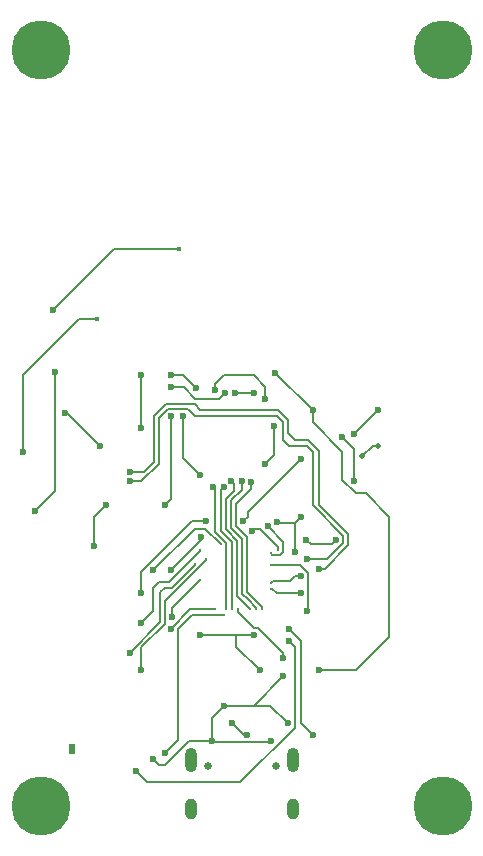
<source format=gbl>
G04 #@! TF.GenerationSoftware,KiCad,Pcbnew,9.0.3*
G04 #@! TF.CreationDate,2025-07-18T23:55:15-07:00*
G04 #@! TF.ProjectId,kikard,6b696b61-7264-42e6-9b69-6361645f7063,rev?*
G04 #@! TF.SameCoordinates,Original*
G04 #@! TF.FileFunction,Copper,L2,Bot*
G04 #@! TF.FilePolarity,Positive*
%FSLAX46Y46*%
G04 Gerber Fmt 4.6, Leading zero omitted, Abs format (unit mm)*
G04 Created by KiCad (PCBNEW 9.0.3) date 2025-07-18 23:55:15*
%MOMM*%
%LPD*%
G01*
G04 APERTURE LIST*
G04 #@! TA.AperFunction,ComponentPad*
%ADD10C,5.000000*%
G04 #@! TD*
G04 #@! TA.AperFunction,ComponentPad*
%ADD11C,0.400000*%
G04 #@! TD*
G04 #@! TA.AperFunction,ComponentPad*
%ADD12C,0.650000*%
G04 #@! TD*
G04 #@! TA.AperFunction,ComponentPad*
%ADD13O,1.000000X2.100000*%
G04 #@! TD*
G04 #@! TA.AperFunction,ComponentPad*
%ADD14O,1.000000X1.800000*%
G04 #@! TD*
G04 #@! TA.AperFunction,ComponentPad*
%ADD15R,0.500000X0.900000*%
G04 #@! TD*
G04 #@! TA.AperFunction,ViaPad*
%ADD16C,0.500000*%
G04 #@! TD*
G04 #@! TA.AperFunction,ViaPad*
%ADD17C,0.600000*%
G04 #@! TD*
G04 #@! TA.AperFunction,ViaPad*
%ADD18C,0.250000*%
G04 #@! TD*
G04 #@! TA.AperFunction,Conductor*
%ADD19C,0.200000*%
G04 #@! TD*
G04 APERTURE END LIST*
D10*
X167000000Y-132000000D03*
D11*
X137700000Y-90800000D03*
X144700000Y-84800000D03*
D10*
X133000000Y-68000000D03*
D12*
X147110000Y-128615000D03*
X152890000Y-128615000D03*
D13*
X145680000Y-128115000D03*
X154320000Y-128115000D03*
D14*
X145680000Y-132265000D03*
X154320000Y-132265000D03*
D10*
X167000000Y-68000000D03*
D15*
X135625000Y-127150000D03*
D10*
X133000000Y-132000000D03*
D16*
X161500000Y-101500000D03*
X160200000Y-102400000D03*
D17*
X152000000Y-103000000D03*
X135000000Y-98680000D03*
X152975735Y-107975735D03*
X152731478Y-99840399D03*
D18*
X148200000Y-109850000D03*
D17*
X154500000Y-110500000D03*
X144000000Y-99000000D03*
X142500000Y-112000000D03*
X138000000Y-101500000D03*
X146500000Y-104000000D03*
X155000000Y-107500000D03*
X143500000Y-106500000D03*
X145000000Y-99000000D03*
X131500000Y-102000000D03*
X134150000Y-95230000D03*
X134000000Y-90000000D03*
X132500000Y-107000000D03*
X144000000Y-117000000D03*
D18*
X147700000Y-115350000D03*
D17*
X151000000Y-117500000D03*
X151500000Y-120500000D03*
X146500000Y-117500000D03*
X150100000Y-107900000D03*
X155000000Y-102600000D03*
X147500000Y-126500000D03*
X152500000Y-126500000D03*
X142500000Y-128000000D03*
X148500000Y-123500000D03*
X153900000Y-125000000D03*
X156000000Y-98500000D03*
X153500000Y-121000000D03*
X156500000Y-120500000D03*
X152801735Y-95301735D03*
X147750000Y-96750000D03*
X152000000Y-97500000D03*
X151000000Y-97000000D03*
X149400000Y-97000000D03*
X158500000Y-100758450D03*
X159500000Y-104500000D03*
X161500000Y-98500000D03*
X159500000Y-100500000D03*
X158000000Y-109500000D03*
X155455000Y-109455000D03*
D18*
X146000000Y-111500000D03*
D17*
X140500000Y-119000000D03*
X141500000Y-120500000D03*
D18*
X146950000Y-111100000D03*
D17*
X147000000Y-107900000D03*
D18*
X153096256Y-110288769D03*
D17*
X141500000Y-114000000D03*
X150869121Y-108717651D03*
X152174265Y-108325735D03*
D18*
X152450000Y-110600000D03*
D17*
X141500000Y-116500000D03*
D18*
X146450000Y-110350000D03*
D17*
X155500000Y-115500000D03*
X154000000Y-118000000D03*
D18*
X152450000Y-111600000D03*
D17*
X141000000Y-129000000D03*
X141500000Y-100000000D03*
X141500000Y-95500000D03*
D18*
X149700000Y-115350000D03*
D17*
X153500000Y-119500000D03*
X146540156Y-109218905D03*
X144000000Y-112000000D03*
X144000000Y-96500000D03*
X148600000Y-97000000D03*
X144000000Y-95500000D03*
X146124265Y-96624265D03*
D18*
X148450000Y-115850000D03*
D17*
X143500000Y-127500000D03*
X154000000Y-117000000D03*
X156000000Y-126000000D03*
X144102000Y-116000000D03*
X137500000Y-110000000D03*
X138500000Y-106500000D03*
D18*
X146450000Y-112850000D03*
D17*
X140500000Y-103699997D03*
X156500000Y-111900000D03*
X140500000Y-104500000D03*
X155500000Y-111100000D03*
D18*
X152450000Y-113600000D03*
D17*
X155000000Y-114000000D03*
X155000000Y-112500000D03*
D18*
X152450000Y-113100000D03*
X151700000Y-115350000D03*
D17*
X150786793Y-104529761D03*
X149114579Y-104487851D03*
D18*
X150700000Y-115350000D03*
X149200000Y-115350000D03*
D17*
X148500000Y-105000000D03*
X149150000Y-125000000D03*
X150400000Y-126000000D03*
X147543849Y-104979567D03*
D18*
X148700000Y-115350000D03*
D17*
X149991063Y-104447187D03*
D18*
X151200000Y-115350000D03*
D19*
X161500000Y-101500000D02*
X161100000Y-101500000D01*
X161100000Y-101500000D02*
X160200000Y-102400000D01*
X147500000Y-126500000D02*
X145500000Y-126500000D01*
X145500000Y-126500000D02*
X143500000Y-128500000D01*
X143500000Y-128500000D02*
X143000000Y-128500000D01*
X143000000Y-128500000D02*
X142500000Y-128000000D01*
X145000000Y-102500000D02*
X145000000Y-99000000D01*
X144000000Y-99000000D02*
X144000000Y-106000000D01*
X153000000Y-108000000D02*
X154500000Y-108000000D01*
X154500000Y-108000000D02*
X154500000Y-110500000D01*
X148200000Y-109850000D02*
X146850000Y-108500000D01*
X152975735Y-107975735D02*
X153000000Y-108000000D01*
X146000000Y-108500000D02*
X142500000Y-112000000D01*
X144000000Y-106000000D02*
X143500000Y-106500000D01*
X145000000Y-102500000D02*
X146500000Y-104000000D01*
X155000000Y-107500000D02*
X154500000Y-108000000D01*
X138000000Y-101500000D02*
X135180000Y-98680000D01*
X152731478Y-99840399D02*
X152731478Y-102268522D01*
X146850000Y-108500000D02*
X146000000Y-108500000D01*
X152731478Y-102268522D02*
X152000000Y-103000000D01*
X135180000Y-98680000D02*
X135000000Y-98680000D01*
X131500000Y-102000000D02*
X131500000Y-95500000D01*
X136200000Y-90800000D02*
X137700000Y-90800000D01*
X131500000Y-95500000D02*
X136200000Y-90800000D01*
X132500000Y-107000000D02*
X134150000Y-105350000D01*
X134150000Y-105350000D02*
X134150000Y-95230000D01*
X139200000Y-84800000D02*
X144700000Y-84800000D01*
X134000000Y-90000000D02*
X139200000Y-84800000D01*
X147699998Y-115350002D02*
X145649998Y-115350002D01*
X145649998Y-115350002D02*
X144000000Y-117000000D01*
X147700000Y-115350000D02*
X147699998Y-115350002D01*
X150500000Y-107100000D02*
X155000000Y-102600000D01*
X150500000Y-107500000D02*
X150500000Y-107100000D01*
X149500000Y-117500000D02*
X146500000Y-117500000D01*
X149500000Y-117500000D02*
X149500000Y-118500000D01*
X149500000Y-118500000D02*
X151500000Y-120500000D01*
X150100000Y-107900000D02*
X150500000Y-107500000D01*
X151000000Y-117500000D02*
X149500000Y-117500000D01*
X147500000Y-124500000D02*
X148500000Y-123500000D01*
X159650057Y-105500000D02*
X160500000Y-105500000D01*
X152801735Y-95301735D02*
X156000000Y-98500000D01*
X147601000Y-126601000D02*
X147500000Y-126500000D01*
X156000000Y-98500000D02*
X156000000Y-99500000D01*
X160500000Y-105500000D02*
X162500000Y-107500000D01*
X159650057Y-120500000D02*
X156500000Y-120500000D01*
X153500000Y-121000000D02*
X151000000Y-123500000D01*
X151000000Y-123500000D02*
X148500000Y-123500000D01*
X158500000Y-102000000D02*
X158500000Y-104349943D01*
X162500000Y-107500000D02*
X162500000Y-117650057D01*
X153900000Y-125000000D02*
X152400000Y-123500000D01*
X158500000Y-104349943D02*
X159650057Y-105500000D01*
X156000000Y-99500000D02*
X158500000Y-102000000D01*
X147500000Y-126500000D02*
X147500000Y-124500000D01*
X152500000Y-126500000D02*
X152399000Y-126601000D01*
X152400000Y-123500000D02*
X151000000Y-123500000D01*
X152399000Y-126601000D02*
X147601000Y-126601000D01*
X162500000Y-117650057D02*
X159650057Y-120500000D01*
X147750000Y-96250000D02*
X147750000Y-96750000D01*
X148500000Y-95500000D02*
X147750000Y-96250000D01*
X152000000Y-97500000D02*
X152000000Y-96500000D01*
X151000000Y-95500000D02*
X148500000Y-95500000D01*
X152000000Y-96500000D02*
X151000000Y-95500000D01*
X149400000Y-97000000D02*
X151000000Y-97000000D01*
X158500000Y-100758450D02*
X159500000Y-101758450D01*
X159500000Y-101758450D02*
X159500000Y-104500000D01*
X161500000Y-98500000D02*
X159500000Y-100500000D01*
X158000000Y-109500000D02*
X157650000Y-109850000D01*
X155850000Y-109850000D02*
X155455000Y-109455000D01*
X157650000Y-109850000D02*
X155850000Y-109850000D01*
X143101000Y-113899000D02*
X143101000Y-116399000D01*
X146000000Y-111500000D02*
X146000000Y-111550000D01*
X144050000Y-113500000D02*
X143500000Y-113500000D01*
X143500000Y-113500000D02*
X143101000Y-113899000D01*
X146000000Y-111550000D02*
X144050000Y-113500000D01*
X143101000Y-116399000D02*
X140500000Y-119000000D01*
X141500000Y-118567100D02*
X141500000Y-120500000D01*
X146950000Y-111167100D02*
X144558550Y-113558550D01*
X146950000Y-111100000D02*
X146950000Y-111167100D01*
X143502000Y-116500000D02*
X143502000Y-116565100D01*
X143502000Y-116565100D02*
X141500000Y-118567100D01*
X144558550Y-113558550D02*
X143502000Y-114615100D01*
X143502000Y-114615100D02*
X143502000Y-116500000D01*
X151086772Y-108500000D02*
X150869121Y-108717651D01*
X147000000Y-107900000D02*
X145750057Y-107900000D01*
X151500000Y-108500000D02*
X151086772Y-108500000D01*
X141500000Y-112150057D02*
X141500000Y-114000000D01*
X145750057Y-107900000D02*
X141500000Y-112150057D01*
X153096256Y-110288769D02*
X153096256Y-110096256D01*
X153096256Y-110096256D02*
X151500000Y-108500000D01*
X153522256Y-109673726D02*
X153522256Y-110465224D01*
X153249980Y-110737500D02*
X152587500Y-110737500D01*
X152174265Y-108325735D02*
X153522256Y-109673726D01*
X152587500Y-110737500D02*
X152450000Y-110600000D01*
X153522256Y-110465224D02*
X153249980Y-110737500D01*
X141500000Y-116500000D02*
X142500000Y-115500000D01*
X143000000Y-113000000D02*
X143849943Y-113000000D01*
X143849943Y-113000000D02*
X146450000Y-110399943D01*
X142500000Y-113500000D02*
X143000000Y-113000000D01*
X146450000Y-110399943D02*
X146450000Y-110350000D01*
X142500000Y-115500000D02*
X142500000Y-113500000D01*
X155601000Y-112251057D02*
X155601000Y-115399000D01*
X154500000Y-118500000D02*
X154500000Y-125349943D01*
X149849943Y-130000000D02*
X145000000Y-130000000D01*
X152450000Y-111600000D02*
X154949943Y-111600000D01*
X154500000Y-125349943D02*
X149849943Y-130000000D01*
X142000000Y-130000000D02*
X141000000Y-129000000D01*
X154949943Y-111600000D02*
X155601000Y-112251057D01*
X155601000Y-115399000D02*
X155500000Y-115500000D01*
X145000000Y-130000000D02*
X142000000Y-130000000D01*
X154000000Y-118000000D02*
X154500000Y-118500000D01*
X141500000Y-100000000D02*
X141500000Y-95500000D01*
X153500000Y-119000000D02*
X151399000Y-116899000D01*
X151399000Y-116899000D02*
X151000000Y-116899000D01*
X151000000Y-116899000D02*
X149700000Y-115599000D01*
X153500000Y-119500000D02*
X153500000Y-119000000D01*
X149700000Y-115599000D02*
X149700000Y-115350000D01*
X146540156Y-109459844D02*
X144000000Y-112000000D01*
X146540156Y-109218905D02*
X146540156Y-109459844D01*
X146067100Y-97500000D02*
X148100000Y-97500000D01*
X144000000Y-96500000D02*
X145067100Y-96500000D01*
X148100000Y-97500000D02*
X148600000Y-97000000D01*
X145067100Y-96500000D02*
X146067100Y-97500000D01*
X145000000Y-95500000D02*
X146124265Y-96624265D01*
X144000000Y-95500000D02*
X145000000Y-95500000D01*
X148450000Y-115850000D02*
X145751000Y-115850000D01*
X145751000Y-115850000D02*
X144601000Y-117000000D01*
X144601000Y-117000000D02*
X144601000Y-126399000D01*
X144601000Y-126399000D02*
X143500000Y-127500000D01*
X155000000Y-125000000D02*
X155000000Y-124000000D01*
X156000000Y-126000000D02*
X155000000Y-125000000D01*
X155000000Y-124000000D02*
X155000000Y-118000000D01*
X155000000Y-118000000D02*
X154000000Y-117000000D01*
X146450000Y-112850000D02*
X144102000Y-115198000D01*
X137500000Y-110000000D02*
X137500000Y-107500000D01*
X144102000Y-115198000D02*
X144102000Y-116000000D01*
X137500000Y-107500000D02*
X138500000Y-106500000D01*
X153067100Y-98500000D02*
X146500000Y-98500000D01*
X145998000Y-97998000D02*
X143584957Y-97998000D01*
X153901000Y-99333900D02*
X153067100Y-98500000D01*
X141716450Y-103716450D02*
X141699997Y-103699997D01*
X154500000Y-101000000D02*
X153901000Y-100401000D01*
X153901000Y-100401000D02*
X153901000Y-99500000D01*
X155567100Y-101000000D02*
X154500000Y-101000000D01*
X146500000Y-98500000D02*
X145998000Y-97998000D01*
X159002000Y-108934900D02*
X156533550Y-106466450D01*
X156533550Y-101966450D02*
X155567100Y-101000000D01*
X143584957Y-97998000D02*
X142599000Y-98983957D01*
X157017043Y-111900000D02*
X159002000Y-109915043D01*
X142599000Y-98983957D02*
X142599000Y-102833900D01*
X156533550Y-106466450D02*
X156533550Y-101966450D01*
X159002000Y-109915043D02*
X159002000Y-108934900D01*
X141699997Y-103699997D02*
X140500000Y-103699997D01*
X142599000Y-102833900D02*
X141716450Y-103716450D01*
X156500000Y-111900000D02*
X157017043Y-111900000D01*
X153901000Y-99500000D02*
X153901000Y-99333900D01*
X143000000Y-99150057D02*
X143000000Y-103000000D01*
X153500000Y-101000000D02*
X153500000Y-99500000D01*
X145399000Y-98399000D02*
X144500000Y-98399000D01*
X143000000Y-103000000D02*
X141500000Y-104500000D01*
X146000000Y-99000000D02*
X145500000Y-98500000D01*
X145500000Y-98500000D02*
X145399000Y-98399000D01*
X153500000Y-99500000D02*
X153000000Y-99000000D01*
X144500000Y-98399000D02*
X143751057Y-98399000D01*
X154000000Y-101500000D02*
X153500000Y-101000000D01*
X141500000Y-104500000D02*
X140500000Y-104500000D01*
X155500000Y-101500000D02*
X154000000Y-101500000D01*
X156000000Y-102000000D02*
X155500000Y-101500000D01*
X157249943Y-111100000D02*
X158601000Y-109748943D01*
X143751057Y-98399000D02*
X143000000Y-99150057D01*
X158601000Y-109748943D02*
X158601000Y-109101000D01*
X158601000Y-109101000D02*
X156000000Y-106500000D01*
X156000000Y-106500000D02*
X156000000Y-102000000D01*
X155500000Y-111100000D02*
X157249943Y-111100000D01*
X146500000Y-99000000D02*
X146000000Y-99000000D01*
X153000000Y-99000000D02*
X146500000Y-99000000D01*
X152548436Y-113600000D02*
X152948436Y-114000000D01*
X152450000Y-113600000D02*
X152548436Y-113600000D01*
X152948436Y-114000000D02*
X155000000Y-114000000D01*
X152625000Y-112925000D02*
X152450000Y-113100000D01*
X155000000Y-112500000D02*
X154500000Y-112500000D01*
X154500000Y-112500000D02*
X154075000Y-112925000D01*
X154075000Y-112925000D02*
X152625000Y-112925000D01*
X150403000Y-109182145D02*
X149610427Y-108389572D01*
X150786793Y-105110752D02*
X150786793Y-104529761D01*
X150403000Y-113835900D02*
X150403000Y-109514345D01*
X149500000Y-108279145D02*
X149500000Y-107000000D01*
X150403000Y-109514345D02*
X150403000Y-109182145D01*
X149500000Y-107000000D02*
X149500000Y-106397545D01*
X151700000Y-115350000D02*
X151700000Y-115132900D01*
X151700000Y-115132900D02*
X150403000Y-113835900D01*
X149610427Y-108389572D02*
X149500000Y-108279145D01*
X149500000Y-106397545D02*
X150786793Y-105110752D01*
X149601000Y-114251000D02*
X149601000Y-110000000D01*
X148793327Y-108706672D02*
X148660777Y-108574122D01*
X148660777Y-108574122D02*
X148660777Y-106000000D01*
X149601000Y-109514345D02*
X148793327Y-108706672D01*
X150700000Y-115350000D02*
X149601000Y-114251000D01*
X148660777Y-106000000D02*
X149300003Y-105360774D01*
X149300003Y-104673275D02*
X149114579Y-104487851D01*
X149300003Y-105360774D02*
X149300003Y-104673275D01*
X149601000Y-110000000D02*
X149601000Y-109514345D01*
X148259777Y-108740222D02*
X148259777Y-105240223D01*
X148259777Y-105240223D02*
X148500000Y-105000000D01*
X149200000Y-109680445D02*
X148259777Y-108740222D01*
X149200000Y-115350000D02*
X149200000Y-109680445D01*
X150400000Y-126000000D02*
X150150000Y-126000000D01*
X150150000Y-126000000D02*
X149150000Y-125000000D01*
X148700000Y-115350000D02*
X148700000Y-109747545D01*
X147708550Y-105144268D02*
X147543849Y-104979567D01*
X147743905Y-108791450D02*
X147708550Y-108791450D01*
X148700000Y-109747545D02*
X147743905Y-108791450D01*
X147708550Y-108791450D02*
X147708550Y-105144268D01*
X151200000Y-115350000D02*
X151200000Y-115200000D01*
X149061777Y-106166100D02*
X149113939Y-106113938D01*
X151200000Y-115200000D02*
X150500000Y-114500000D01*
X150500000Y-114500000D02*
X150002000Y-114002000D01*
X149991063Y-105236814D02*
X149991063Y-104447187D01*
X149113939Y-106113938D02*
X149991063Y-105236814D01*
X150002000Y-114002000D02*
X150002000Y-110000000D01*
X150002000Y-109348245D02*
X149576877Y-108923122D01*
X149061777Y-108408022D02*
X149061777Y-106166100D01*
X150002000Y-110000000D02*
X150002000Y-109348245D01*
X149076877Y-108423122D02*
X149061777Y-108408022D01*
X149576877Y-108923122D02*
X149076877Y-108423122D01*
M02*

</source>
